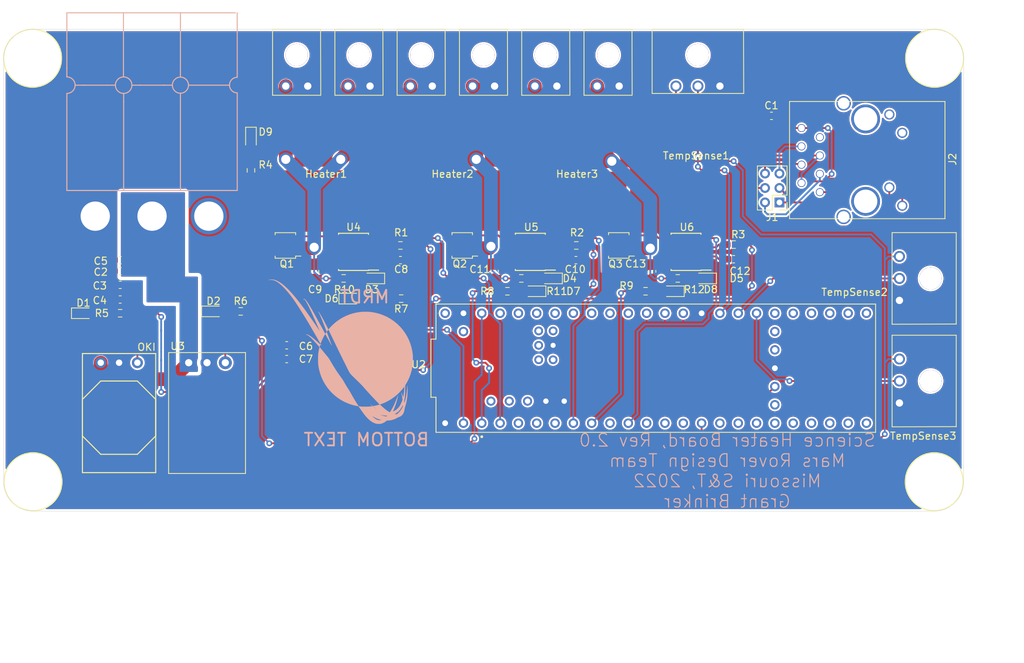
<source format=kicad_pcb>
(kicad_pcb (version 20211014) (generator pcbnew)
  (layers (0 "F.Cu" signal) (31 "B.Cu" signal) (34 "B.Paste" user) (35 "F.Paste" user) (36 "B.SilkS" user "B.Silkscreen") (37 "F.SilkS" user "F.Silkscreen") (38 "B.Mask" user) (39 "F.Mask" user) (44 "Edge.Cuts" user))
  (net 0 "")
  (net 1 "GND")
  (net 2 "Net-(C1-Pad1)")
  (net 3 "+5V")
  (net 4 "+3V3")
  (net 5 "Net-(Q1-Pad4)")
  (net 6 "Net-(R1-Pad2)")
  (net 7 "+12V")
  (net 8 "Net-(C10-Pad1)")
  (net 9 "+12VA")
  (net 10 "Net-(J1-Pad5)")
  (net 11 "Net-(J1-Pad6)")
  (net 12 "Net-(J2-Pad7)")
  (net 13 "Net-(J1-Pad2)")
  (net 14 "Net-(J1-Pad1)")
  (net 15 "Net-(J2-Pad11)")
  (net 16 "Net-(J1-Pad4)")
  (net 17 "Net-(J2-Pad12)")
  (net 18 "Net-(C1-Pad2)")
  (net 19 "Net-(C8-Pad1)")
  (net 20 "Net-(C12-Pad1)")
  (net 21 "/Mosfets and Sensors/pair1_out")
  (net 22 "Net-(Conn4-Pad1)")
  (net 23 "/Mosfets and Sensors/pair2_out")
  (net 24 "Net-(Conn7-Pad1)")
  (net 25 "/Mosfets and Sensors/pair3_out")
  (net 26 "Net-(Conn10-Pad1)")
  (net 27 "Net-(Q2-Pad4)")
  (net 28 "Net-(Q3-Pad4)")
  (net 29 "Net-(R2-Pad2)")
  (net 30 "Net-(R3-Pad2)")
  (net 31 "Net-(U2-PadVBAT)")
  (net 32 "Net-(U2-PadT+)")
  (net 33 "Net-(U2-PadON/OFF)")
  (net 34 "Net-(U2-PadR+)")
  (net 35 "Net-(U2-PadVUSB)")
  (net 36 "Net-(U2-PadPROGRAM)")
  (net 37 "/Mosfets and Sensors/pair3_in")
  (net 38 "Net-(U2-Pad31)")
  (net 39 "Net-(U2-Pad3)")
  (net 40 "Net-(U2-Pad21)")
  (net 41 "Net-(U2-Pad5V)")
  (net 42 "Net-(U2-Pad15)")
  (net 43 "Net-(U2-Pad35)")
  (net 44 "Net-(U2-PadLED)")
  (net 45 "Net-(U2-Pad11)")
  (net 46 "Net-(U2-PadD+)")
  (net 47 "Net-(U2-Pad19)")
  (net 48 "Net-(U2-Pad20)")
  (net 49 "Net-(U2-Pad28)")
  (net 50 "Net-(U2-Pad24)")
  (net 51 "Net-(U2-Pad32)")
  (net 52 "Net-(U2-Pad29)")
  (net 53 "Net-(U2-Pad38)")
  (net 54 "Net-(U2-Pad18)")
  (net 55 "Net-(U2-Pad8)")
  (net 56 "Net-(U2-Pad36)")
  (net 57 "Net-(U2-Pad4)")
  (net 58 "/Mosfets and Sensors/pair2_in")
  (net 59 "Net-(U2-Pad10)")
  (net 60 "Net-(U2-Pad12)")
  (net 61 "Net-(U2-Pad34)")
  (net 62 "Net-(U2-Pad27)")
  (net 63 "Net-(U2-Pad33)")
  (net 64 "Net-(U2-Pad14)")
  (net 65 "Net-(U2-Pad17)")
  (net 66 "Net-(U2-Pad5)")
  (net 67 "Net-(U2-Pad22)")
  (net 68 "Net-(U2-Pad25)")
  (net 69 "/Mosfets and Sensors/pair1_in")
  (net 70 "Net-(U2-Pad16)")
  (net 71 "Net-(U2-Pad26)")
  (net 72 "Net-(U2-Pad13)")
  (net 73 "Net-(U2-Pad30)")
  (net 74 "Net-(U2-Pad37)")
  (net 75 "Net-(U2-Pad23)")
  (net 76 "Net-(U2-PadVIN)")
  (net 77 "Net-(D6-Pad2)")
  (net 78 "Net-(D7-Pad2)")
  (net 79 "Net-(D8-Pad2)")
  (net 80 "Net-(D1-Pad2)")
  (net 81 "Net-(D2-Pad2)")
  (net 82 "Net-(D9-Pad2)")
  (net 83 "Net-(R7-Pad1)")
  (net 84 "Net-(R8-Pad1)")
  (net 85 "Net-(R9-Pad1)")
  (net 86 "Net-(D3-Pad2)")
  (net 87 "Net-(D4-Pad2)")
  (net 88 "Net-(D5-Pad2)")
  (footprint "Capacitor_SMD:C_0603_1608Metric_Pad1.08x0.95mm_HandSolder" (layer "F.Cu") (at 83.439 87.757)
    (fp_text reference "C6")
    (fp_text value "10uF")
  )
  (footprint "Capacitor_SMD:C_0603_1608Metric_Pad1.08x0.95mm_HandSolder" (layer "F.Cu") (at 83.439 89.662)
    (fp_text reference "C7")
    (fp_text value "0.1uF")
  )
  (footprint "MRDT_Connectors:MOLEX_uF_S_02_Horizontal" (layer "F.Cu") (at 84.836 52.832)
    (fp_text reference "Conn4")
    (fp_text value "Molex_uF_S_02")
  )
  (footprint "MRDT_Connectors:MOLEX_uF_S_03_Horizontal" (layer "F.Cu") (at 167.386 78.486 -90)
    (fp_text reference "Conn6")
    (fp_text value "Molex_uF_S_03")
  )
  (footprint "MRDT_Connectors:MOLEX_uF_S_02_Horizontal" (layer "F.Cu") (at 102.108 52.832)
    (fp_text reference "Conn7")
    (fp_text value "Molex_uF_S_02")
  )
  (footprint "MRDT_Connectors:MOLEX_uF_S_03_Horizontal" (layer "F.Cu") (at 167.386 92.71 -90)
    (fp_text reference "Conn9")
    (fp_text value "Molex_uF_S_03")
  )
  (footprint "Package_TO_SOT_SMD:LFPAK33" (layer "F.Cu") (at 107.974 73.914 180)
    (fp_text reference "Q2")
    (fp_text value "BUK7M33-60EX")
  )
  (footprint "Package_TO_SOT_SMD:LFPAK33" (layer "F.Cu") (at 129.691 73.914 180)
    (fp_text reference "Q3")
    (fp_text value "BUK7M33-60EX")
  )
  (footprint "Connector_PinHeader_2.00mm:PinHeader_2x03_P2.00mm_Vertical" (layer "F.Cu") (at 151.765 67.945 180)
    (fp_text reference "J1")
    (fp_text value "6P6C")
  )
  (footprint "MRDT_Connectors:MOLEX_uF_S_03_Horizontal" (layer "F.Cu") (at 140.462 52.832)
    (fp_text reference "Conn3")
    (fp_text value "Molex_uF_S_03")
  )
  (footprint "Package_TO_SOT_SMD:LFPAK33" (layer "F.Cu") (at 83.463 73.914 180)
    (fp_text reference "Q1")
    (fp_text value "BUK7M33-60EX")
  )
  (footprint "MRDT_Connectors:MOLEX_uF_S_02_Horizontal" (layer "F.Cu") (at 93.472 52.832)
    (fp_text reference "Conn5")
    (fp_text value "Molex_uF_S_02")
  )
  (footprint "MRDT_Connectors:MOLEX_uF_S_02_Horizontal" (layer "F.Cu") (at 119.38 52.832)
    (fp_text reference "Conn10")
    (fp_text value "Molex_uF_S_02")
  )
  (footprint "Capacitor_SMD:C_0603_1608Metric_Pad1.08x0.95mm_HandSolder" (layer "F.Cu") (at 112.268 77.47 -90)
    (fp_text reference "C11")
    (fp_text value "10uF 50V")
  )
  (footprint "Capacitor_SMD:C_0603_1608Metric_Pad1.08x0.95mm_HandSolder" (layer "F.Cu") (at 134.112 77.4965 -90)
    (fp_text reference "C13")
    (fp_text value "10uF 50V")
  )
  (footprint "Capacitor_SMD:C_0603_1608Metric_Pad1.08x0.95mm_HandSolder" (layer "F.Cu") (at 123.5445 75.946)
    (fp_text reference "C10")
    (fp_text value "0.1uF")
  )
  (footprint "Capacitor_SMD:C_0603_1608Metric_Pad1.08x0.95mm_HandSolder" (layer "F.Cu") (at 99.2135 75.946)
    (fp_text reference "C8")
    (fp_text value "0.1uF")
  )
  (footprint "Capacitor_SMD:C_0603_1608Metric_Pad1.08x0.95mm_HandSolder" (layer "F.Cu") (at 145.415 75.819)
    (fp_text reference "C12")
    (fp_text value "0.1uF")
  )
  (footprint "Resistor_SMD:R_0603_1608Metric_Pad0.98x0.95mm_HandSolder" (layer "F.Cu") (at 123.5945 73.914 180)
    (fp_text reference "R2")
    (fp_text value "5.1k")
  )
  (footprint "Resistor_SMD:R_0603_1608Metric_Pad0.98x0.95mm_HandSolder" (layer "F.Cu") (at 145.415 73.787 180)
    (fp_text reference "R3")
    (fp_text value "5.1k")
  )
  (footprint "Package_SO:SOIC-8-N7_3.9x4.9mm_P1.27mm" (layer "F.Cu") (at 92.71 74.803 180)
    (fp_text reference "U4")
    (fp_text value "LT1910")
  )
  (footprint "Package_SO:SOIC-8-N7_3.9x4.9mm_P1.27mm" (layer "F.Cu") (at 117.221 74.803 180)
    (fp_text reference "U5")
    (fp_text value "LT1910")
  )
  (footprint "Resistor_SMD:R_0603_1608Metric_Pad0.98x0.95mm_HandSolder" (layer "F.Cu") (at 99.2105 73.914 180)
    (fp_text reference "R1")
    (fp_text value "5.1k")
  )
  (footprint "Package_SO:SOIC-8-N7_3.9x4.9mm_P1.27mm" (layer "F.Cu") (at 138.811 74.803 180)
    (fp_text reference "U6")
    (fp_text value "LT1910")
  )
  (footprint "MRDT_Connectors:RJ45_Teensy" (layer "F.Cu") (at 176.715 61.953 90)
    (fp_text reference "J2")
    (fp_text value "RJ45_LED_Shielded")
  )
  (footprint "Capacitor_SMD:C_0603_1608Metric_Pad1.08x0.95mm_HandSolder" (layer "F.Cu") (at 150.659 55.9435)
    (fp_text reference "C1")
    (fp_text value "0.1uF")
  )
  (footprint "Capacitor_SMD:C_0603_1608Metric_Pad1.08x0.95mm_HandSolder" (layer "F.Cu") (at 87.376 77.4965 -90)
    (fp_text reference "C9")
    (fp_text value "10uF 50V")
  )
  (footprint "LED_SMD:LED_0603_1608Metric_Pad1.05x0.95mm_HandSolder" (layer "F.Cu") (at 95.363 78.486 180)
    (fp_text reference "D3")
    (fp_text value "LED")
  )
  (footprint "LED_SMD:LED_0603_1608Metric_Pad1.05x0.95mm_HandSolder" (layer "F.Cu") (at 120.001 78.486 180)
    (fp_text reference "D4")
    (fp_text value "LED")
  )
  (footprint "LED_SMD:LED_0603_1608Metric_Pad1.05x0.95mm_HandSolder" (layer "F.Cu") (at 92.343 81.28)
    (fp_text reference "D6")
    (fp_text value "LED")
  )
  (footprint "LED_SMD:LED_0603_1608Metric_Pad1.05x0.95mm_HandSolder" (layer "F.Cu") (at 117.715 80.264 180)
    (fp_text reference "D7")
    (fp_text value "LED")
  )
  (footprint "LED_SMD:LED_0603_1608Metric_Pad1.05x0.95mm_HandSolder" (layer "F.Cu") (at 136.906 80.264 180)
    (fp_text reference "D8")
    (fp_text value "LED")
  )
  (footprint "LED_SMD:LED_0603_1608Metric_Pad1.05x0.95mm_HandSolder" (layer "F.Cu") (at 78.486 59.182 -90)
    (fp_text reference "D9")
    (fp_text value "LED")
  )
  (footprint "Resistor_SMD:R_0603_1608Metric_Pad0.98x0.95mm_HandSolder" (layer "F.Cu") (at 78.486 63.5 -90)
    (fp_text reference "R4")
    (fp_text value "1000")
  )
  (footprint "Resistor_SMD:R_0603_1608Metric_Pad0.98x0.95mm_HandSolder" (layer "F.Cu") (at 99.314 81.28 180)
    (fp_text reference "R7")
    (fp_text value "120")
  )
  (footprint "Resistor_SMD:R_0603_1608Metric_Pad0.98x0.95mm_HandSolder" (layer "F.Cu") (at 114.046 80.264)
    (fp_text reference "R8")
    (fp_text value "120")
  )
  (footprint "Resistor_SMD:R_0603_1608Metric_Pad0.98x0.95mm_HandSolder" (layer "F.Cu") (at 133.1995 80.264)
    (fp_text reference "R9")
    (fp_text value "120")
  )
  (footprint "Resistor_SMD:R_0603_1608Metric_Pad0.98x0.95mm_HandSolder" (layer "F.Cu") (at 91.3365 78.486)
    (fp_text reference "R10")
    (fp_text value "1000")
  )
  (footprint "Resistor_SMD:R_0603_1608Metric_Pad0.98x0.95mm_HandSolder" (layer "F.Cu") (at 115.9745 78.486)
    (fp_text reference "R11")
    (fp_text value "1000")
  )
  (footprint "Resistor_SMD:R_0603_1608Metric_Pad0.98x0.95mm_HandSolder" (layer "F.Cu") (at 137.668 78.486)
    (fp_text reference "R12")
    (fp_text value "1000")
  )
  (footprint "LED_SMD:LED_0603_1608Metric_Pad1.05x0.95mm_HandSolder" (layer "F.Cu") (at 141.365 78.486 180)
    (fp_text reference "D5")
    (fp_text value "LED")
  )
  (footprint "MRDT_Connectors:MOLEX_uF_S_02_Horizontal" (layer "F.Cu") (at 128.016 52.832)
    (fp_text reference "Conn11")
    (fp_text value "Molex_uF_S_02")
  )
  (footprint "MRDT_Connectors:MOLEX_uF_S_02_Horizontal" (layer "F.Cu") (at 110.744 52.832)
    (fp_text reference "Conn8")
    (fp_text value "Molex_uF_S_02")
  )
  (footprint "MRDT_Shields:Teensy_4_1_Vertical" (layer "F.Cu") (at 83.82 55.372)
    (fp_text reference "U2")
    (fp_text value "Teensy4.1_DEV-16771")
  )
  (footprint "MRDT_Drill_Holes:4_40_Hole_Corner" (layer "F.Cu") (at 44.25188 110.68812)
    (fp_text reference "REF**" hide)
    (fp_text value "4_40_Hole" hide)
  )
  (footprint "MRDT_Drill_Holes:4_40_Hole_Corner" (layer "F.Cu") (at 177.23612 110.68812 90)
    (fp_text reference "REF**" hide)
    (fp_text value "4_40_Hole" hide)
  )
  (footprint "MRDT_Drill_Holes:4_40_Hole_Corner" (layer "F.Cu") (at 177.292 43.942 180)
    (fp_text reference "REF**" hide)
    (fp_text value "4_40_Hole" hide)
  )
  (footprint "MRDT_Drill_Holes:4_40_Hole_Corner" (layer "F.Cu") (at 44.196 43.942 -90)
    (fp_text reference "REF**" hide)
    (fp_text value "4_40_Hole" hide)
  )
  (footprint "Resistor_SMD:R_0603_1608Metric_Pad0.98x0.95mm_HandSolder" (layer "F.Cu") (at 77.0655 83.058)
    (fp_text reference "R6")
    (fp_text value "120")
  )
  (footprint "Resistor_SMD:R_0603_1608Metric_Pad0.98x0.95mm_HandSolder" (layer "F.Cu") (at 60.3485 83.312)
    (fp_text reference "R5")
    (fp_text value "300")
  )
  (footprint "LED_SMD:LED_0603_1608Metric_Pad1.05x0.95mm_HandSolder" (layer "F.Cu") (at 73.293 83.058)
    (fp_text reference "D2")
    (fp_text value "LED")
  )
  (footprint "Converter_DCDC:Converter_DCDC_muRata_OKI-78SR_Horizontal" (layer "F.Cu") (at 69.85 90.17)
    (fp_text reference "U3")
    (fp_text value "OKI-78SR-3.3_1.5-W36H-C")
  )
  (footprint "LED_SMD:LED_0603_1608Metric_Pad1.05x0.95mm_HandSolder" (layer "F.Cu") (at 55.259 83.312)
    (fp_text reference "D1")
    (fp_text value "LED")
  )
  (footprint "MRDT_Devices:OKI_Horizontal" (layer "F.Cu") (at 57.658 90.17)
    (fp_text reference "U1" hide)
    (fp_text value "OKI")
  )
  (footprint "Capacitor_SMD:C_0603_1608Metric_Pad1.08x0.95mm_HandSolder" (layer "F.Cu") (at 60.3515 81.407 180)
    (fp_text reference "C4")
    (fp_text value "0.1uF")
  )
  (footprint "Capacitor_SMD:C_0603_1608Metric_Pad1.08x0.95mm_HandSolder" (layer "F.Cu") (at 60.3515 77.47 180)
    (fp_text reference "C2")
    (fp_text value "22uF 50V")
  )
  (footprint "Capacitor_SMD:C_0603_1608Metric_Pad1.08x0.95mm_HandSolder" (layer "F.Cu") (at 60.3515 79.375 180)
    (fp_text reference "C3")
    (fp_text value "10uF")
  )
  (footprint "Capacitor_SMD:C_0603_1608Metric_Pad1.08x0.95mm_HandSolder" (layer "F.Cu") (at 60.3515 75.946 180)
    (fp_text reference "C5")
    (fp_text value "22uF 50V")
  )
  (footprint "MRDT_Connectors:Anderson_3_Horizontal_Side_by_Side" (layer "B.Cu") (at 56.896 69.85 -90)
    (fp_text reference "Conn2" hide)
    (fp_text value "AndersonPP")
  )
  (footprint "MRDT_Silkscreens:0_MRDT_Logo_20mm" (layer "B.Cu") (at 90.932 88.646 180)
    (fp_text reference "G***" hide)
    (fp_text value "LOGO" hide)
  )
  (gr_line (start 54.864 43.942) (end 65.532 43.942) (layer "Edge.Cuts") (width 0.05))
  (gr_line (start 56.896 110.744) (end 65.532 110.744) (layer "Edge.Cuts") (width 0.05))
  (gr_line (start 172.466 43.942) (end 163.068 43.942) (layer "Edge.Cuts") (width 0.05))
  (gr_line (start 177.292 53.721) (end 177.292 48.006) (layer "Edge.Cuts") (width 0.05))
  (gr_line (start 54.864 43.942) (end 48.26 43.942) (layer "Edge.Cuts") (width 0.05))
  (gr_line (start 56.896 110.744) (end 48.26 110.744) (layer "Edge.Cuts") (width 0.05))
  (gr_line (start 44.196 106.68) (end 44.196 106.172) (layer "Edge.Cuts") (width 0.05))
  (gr_line (start 177.292 106.68) (end 177.292 53.721) (layer "Edge.Cuts") (width 0.05))
  (gr_line (start 173.228 110.744) (end 163.068 110.744) (layer "Edge.Cuts") (width 0.05))
  (gr_arc (start 173.228 43.942) (mid 176.101682 45.132318) (end 177.292 48.006) (layer "Edge.Cuts") (width 0.05))
  (gr_line (start 173.228 43.942) (end 172.466 43.942) (layer "Edge.Cuts") (width 0.05))
  (gr_line (start 65.532 110.744) (end 163.068 110.744) (layer "Edge.Cuts") (width 0.05))
  (gr_arc (start 177.292 106.68) (mid 176.101682 109.553682) (end 173.228 110.744) (layer "Edge.Cuts") (width 0.05))
  (gr_line (start 163.068 43.942) (end 65.532 43.942) (layer "Edge.Cuts") (width 0.05))
  (gr_arc (start 48.26 110.744) (mid 45.386318 109.553682) (end 44.196 106.68) (layer "Edge.Cuts") (width 0.05))
  (gr_line (start 44.196 48.006) (end 44.196 106.172) (layer "Edge.Cuts") (width 0.05))
  (gr_arc (start 44.196 48.006) (mid 45.386318 45.132318) (end 48.26 43.942) (layer "Edge.Cuts") (width 0.05))
  (gr_text "Science Heater Board, Rev 2.0\nMars Rover Design Team\nMissouri S&T, 2022\nGrant Brinker" (at 144.526 105.156) (layer "B.SilkS") (effects (font (size 1.7526 1.7526)) (justify mirror)))
  (gr_text "BOTTOM TEXT" (at 94.488 100.838) (layer "B.SilkS") (effects (font (size 1.7526 1.7526) (thickness 0.254)) (justify mirror)))
  (gr_text "MRDT" (at 94.234 81.026) (layer "B.SilkS") (effects (font (size 1.7526 1.7526) (thickness 0.254)) (justify mirror)))
  (gr_text "Heater2" (at 106.426 64.008) (layer "F.SilkS") (effects (font (size 1 1))))
  (gr_text "TempSense2" (at 162.179 80.391) (layer "F.SilkS") (effects (font (size 1 1))))
  (gr_text "TempSense3" (at 171.704 100.33) (layer "F.SilkS") (effects (font (size 1 1))))
  (gr_text "Heater3" (at 123.698 64.008) (layer "F.SilkS") (effects (font (size 1 1))))
  (gr_text "Heater1" (at 88.9 64.008) (layer "F.SilkS") (effects (font (size 1 1))))
  (gr_text "TempSense1" (at 140.208 61.468) (layer "F.SilkS") (effects (font (size 1 1))))
  (segment (start 149.631 61.443) (end 149.581 61.443) (width 0.254) (layer "F.Cu") (net 2))
  (segment (start 148.082 56.388) (end 148.082 60.96) (width 0.254) (layer "F.Cu") (net 2))
  (segment (start 148.5265 55.9435) (end 148.082 56.388) (width 0.254) (layer "F.Cu") (net 2))
  (segment (start 148.565 61.443) (end 149.631 61.443) (width 0.254) (layer "F.Cu") (net 2))
  (segment (start 157.365 61.443) (end 149.631 61.443) (width 0.254) (layer "F.Cu") (net 2))
  (segment (start 148.082 60.96) (end 148.565 61.443) (width 0.254) (layer "F.Cu") (net 2))
  (segment (start 149.7965 55.9435) (end 148.5265 55.9435) (width 0.254) (layer "F.Cu") (net 2))
  (segment (start 154.825 65.253) (end 154.825 63.983) (width 0.254) (layer "B.Cu") (net 2))
  (segment (start 154.825 63.983) (end 157.365 61.443) (width 0.254) (layer "B.Cu") (net 2))
  (segment (start 61.976 79.375) (end 61.214 79.375) (width 0.254) (layer "F.Cu") (net 3))
  (segment (start 62.738 83.82) (end 62.738 86.106) (width 0.254) (layer "F.Cu") (net 3))
  (segment (start 61.976 81.407) (end 62.738 82.169) (width 0.254) (layer "F.Cu") (net 3))
  (segment (start 61.976 81.407) (end 61.214 81.407) (width 0.254) (layer "F.Cu") (net 3))
  (segment (start 62.23 83.312) (end 61.261 83.312) (width 0.254) (layer "F.Cu") (net 3))
  (segment (start 62.23 83.312) (end 62.738 83.82) (width 0.254) (layer "F.Cu") (net 3))
  (segment (start 62.738 80.137) (end 62.738 82.169) (width 0.254) (layer "F.Cu") (net 3))
  (segment (start 62.738 83.82) (end 63.246 83.312) (width 0.254) (layer "F.Cu") (net 3))
  (segment (start 65.532 83.312) (end 66.04 83.82) (width 0.254) (layer "F.Cu") (net 3))
  (segment (start 65.024 83.312) (end 65.532 83.312) (width 0.254) (layer "F.Cu") (net 3))
  (segment (start 62.738 82.169) (end 62.738 83.82) (width 0.254) (layer "F.Cu") (net 3))
  (segment (start 63.246 83.312) (end 65.024 83.312) (width 0.254) (layer "F.Cu") (net 3))
  (segment (start 61.976 79.375) (end 62.738 80.137) (width 0.254) (layer "F.Cu") (net 3))
  (segment (start 147.955 79.502) (end 147.955 79.629) (width 0.254) (layer "F.Cu") (net 3))
  (segment (start 83.058 91.186) (end 83.312 91.186) (width 0.254) (layer "F.Cu") (net 3))
  (segment (start 124.968 80.264) (end 123.952 81.28) (width 0.254) (layer "F.Cu") (net 3))
  (segment (start 125.984 74.676) (end 125.222 73.914) (width 0.254) (layer "F.Cu") (net 3))
  (segment (start 66.04 94.234) (end 67.564 94.234) (width 0.25) (layer "F.Cu") (net 3))
  (segment (start 147.955 79.629) (end 146.304 81.28) (width 0.254) (layer "F.Cu") (net 3))
  (segment (start 147.955 74.168) (end 147.574 73.787) (width 0.254) (layer "F.Cu") (net 3))
  (segment (start 147.574 73.787) (end 146.3275 73.787) (width 0.254) (layer "F.Cu") (net 3))
  (segment (start 62.738 90.17) (end 62.738 89.154) (width 0.25) (layer "F.Cu") (net 3))
  (segment (start 125.222 73.914) (end 124.507 73.914) (width 0.254) (layer "F.Cu") (net 3))
  (segment (start 78.74 94.234) (end 81.788 91.186) (width 0.25) (layer "F.Cu") (net 3))
  (segment (start 62.738 86.106) (end 62.738 89.154) (width 0.25) (layer "F.Cu") (net 3))
  (segment (start 123.952 81.28) (end 104.14 81.28) (width 0.254) (layer "F.Cu") (net 3))
  (segment (start 83.312 91.186) (end 102.362 91.186) (width 0.254) (layer "F.Cu") (net 3))
  (segment (start 147.955 74.549) (end 147.955 74.168) (width 0.254) (layer "F.Cu") (net 3))
  (segment (start 100.123 73.914) (end 102.87 73.914) (width 0.254) (layer "F.Cu") (net 3))
  (segment (start 124.968 80.264) (end 125.984 79.248) (width 0.254) (layer "F.Cu") (net 3))
  (segment (start 67.31 94.234) (end 78.74 94.234) (width 0.25) (layer "F.Cu") (net 3))
  (segment (start 146.304 81.28) (end 128.524 81.28) (width 0.254) (layer "F.Cu") (net 3))
  (segment (start 81.788 91.186) (end 83.312 91.186) (width 0.25) (layer "F.Cu") (net 3))
  (segment (start 128.524 81.28) (end 123.952 81.28) (width 0.254) (layer "F.Cu") (net 3))
  (segment (start 125.984 75.184) (end 125.984 74.676) (width 0.254) (layer "F.Cu") (net 3))
  (segment (start 102.87 73.914) (end 103.378 74.422) (width 0.254) (layer "F.Cu") (net 3))
  (via (at 66.04 83.82) (size 0.8) (drill 0.4) (layers "F.Cu" "B.Cu") (net 3))
  (via (at 66.04 94.234) (size 0.8) (drill 0.4) (layers "F.Cu" "B.Cu") (net 3))
  (via (at 103.378 74.422) (size 0.8) (drill 0.4) (layers "F.Cu" "B.Cu") (net 3))
  (via (at 125.984 75.184) (size 0.8) (drill 0.4) (layers "F.Cu" "B.Cu") (net 3))
  (via (at 102.362 91.186) (size 0.8) (drill 0.4) (layers "F.Cu" "B.Cu") (net 3))
  (via (at 147.955 74.549) (size 0.8) (drill 0.4) (layers "F.Cu" "B.Cu") (net 3))
  (via (at 147.955 79.502) (size 0.8) (drill 0.4) (layers "F.Cu" "B.Cu") (net 3))
  (via (at 104.14 81.28) (size 0.8) (drill 0.4) (layers "F.Cu" "B.Cu") (net 3))
  (via (at 125.984 79.248) (size 0.8) (drill 0.4) (layers "F.Cu" "B.Cu") (net 3))
  (segment (start 66.04 89.916) (end 66.04 94.234) (width 0.254) (layer "B.Cu") (net 3))
  (segment (start 66.04 89.662) (end 66.04 89.916) (width 0.254) (layer "B.Cu") (net 3))
  (segment (start 125.984 79.248) (end 125.984 75.184) (width 0.254) (layer "B.Cu") (net 3))
  (segment (start 66.04 85.598) (end 66.04 85.852) (width 0.254) (layer "B.Cu") (net 3))
  (segment (start 66.04 83.82) (end 66.04 85.598) (width 0.254) (layer "B.Cu") (net 3))
  (segment (start 103.378 81.534) (end 103.378 82.042) (width 0.254) (layer "B.Cu") (net 3))
  (segment (start 66.04 88.646) (end 66.04 85.598) (width 0.25) (layer "B.Cu") (net 3))
  (segment (start 103.378 90.17) (end 102.362 91.186) (width 0.254) (layer "B.Cu") (net 3))
  (segment (start 104.14 81.28) (end 103.378 82.042) (width 0.254) (layer "B.Cu") (net 3))
  (segment (start 103.378 74.422) (end 103.378 81.534) (width 0.254) (layer "B.Cu") (net 3))
  (segment (start 147.955 79.502) (end 147.955 74.549) (width 0.254) (layer "B.Cu") (net 3))
  (segment (start 66.04 88.646) (end 66.04 89.916) (width 0.25) (layer "B.Cu") (net 3))
  (segment (start 103.378 82.042) (end 103.378 90.17) (width 0.254) (layer "B.Cu") (net 3))
  (segment (start 148.59 101.346) (end 164.338 101.346) (width 0.254) (layer "F.Cu") (net 4))
  (segment (start 81.788 101.346) (end 100.076 101.346) (width 0.254) (layer "F.Cu") (net 4))
  (segment (start 74.93 86.614) (end 75.438 86.106) (width 0.25) (layer "F.Cu") (net 4))
  (segment (start 79.502 83.566) (end 79.502 85.598) (width 0.254) (layer "F.Cu") (net 4))
  (segment (start 79.502 85.598) (end 78.994 86.106) (width 0.254) (layer "F.Cu") (net 4))
  (segment (start 75.438 86.106) (end 79.248 86.106) (width 0.254) (layer "F.Cu") (net 4))
  (segment (start 140.97 99.695) (end 139.319 101.346) (width 0.254) (layer "F.Cu") (net 4))
  (segment (start 74.93 89.154) (end 74.93 86.614) (width 0.25) (layer "F.Cu") (net 4))
  (segment (start 165.1 101.346) (end 166.37 100.076) (width 0.254) (layer "F.Cu") (net 4))
  (segment (start 100.076 101.346) (end 108.331 101.346) (width 0.254) (layer "F.Cu") (net 4))
  (segment (start 149.86 100.076) (end 148.59 101.346) (width 0.254) (layer "F.Cu") (net 4))
  (segment (start 79.502 86.614) (end 80.01 87.122) (width 0.254) (layer "F.Cu") (net 4))
  (segment (start 128.524 101.346) (end 139.319 101.346) (width 0.254) (layer "F.Cu") (net 4))
  (segment (start 108.331 101.346) (end 128.524 101.346) (width 0.254) (layer "F.Cu") (net 4))
  (segment (start 82.5765 89.662) (end 82.5765 87.757) (width 0.254) (layer "F.Cu") (net 4))
  (segment (start 151.13 93.472) (end 149.86 94.742) (width 0.254) (layer "F.Cu") (net 4))
  (segment (start 77.978 83.058) (end 78.994 83.058) (width 0.254) (layer "F.Cu") (net 4))
  (segment (start 78.994 86.106) (end 79.502 86.614) (width 0.254) (layer "F.Cu") (net 4))
  (segment (start 82.042 86.106) (end 82.5765 86.6405) (width 0.254) (layer "F.Cu") (net 4))
  (segment (start 140.97 98.552) (end 140.97 99.695) (width 0.254) (layer "F.Cu") (net 4))
  (segment (start 74.93 89.154) (end 74.93 90.17) (width 0.25) (layer "F.Cu") (net 4))
  (segment (start 139.319 101.346) (end 148.59 101.346) (width 0.254) (layer "F.Cu") (net 4))
  (segment (start 137.414 61.722) (end 137.414 59.69) (width 0.254) (layer "F.Cu") (net 4))
  (segment (start 78.994 86.106) (end 79.248 86.106) (width 0.254) (layer "F.Cu") (net 4))
  (segment (start 82.5765 86.6405) (end 82.5765 87.757) (width 0.254) (layer "F.Cu") (net 4))
  (segment (start 149.86 94.742) (end 149.86 100.076) (width 0.254) (layer "F.Cu") (net 4))
  (segment (start 100.076 101.346) (end 100.584 101.346) (width 0.254) (layer "F.Cu") (net 4))
  (segment (start 137.414 59.69) (end 137.414 51.816) (width 0.25) (layer "F.Cu") (net 4))
  (segment (start 145.415 62.23) (end 137.922 62.23) (width 0.254) (layer "F.Cu") (net 4))
  (segment (start 108.839 101.346) (end 109.474 100.711) (width 0.254) (layer "F.Cu") (net 4))
  (segment (start 79.248 86.106) (end 82.042 86.106) (width 0.254) (layer "F.Cu") (net 4))
  (segment (start 108.331 101.346) (end 108.839 101.346) (width 0.254) (layer "F.Cu") (net 4))
  (segment (start 137.922 62.23) (end 137.414 61.722) (width 0.254) (layer "F.Cu") (net 4))
  (segment (start 81.026 101.346) (end 81.788 101.346) (width 0.254) (layer "F.Cu") (net 4))
  (segment (start 164.338 101.346) (end 165.1 101.346) (width 0.254) (layer "F.Cu") (net 4))
  (segment (start 78.994 83.058) (end 79.502 83.566) (width 0.254) (layer "F.Cu") (net 4))
  (via (at 166.37 100.076) (size 0.8) (drill 0.4) (layers "F.Cu" "B.Cu") (net 4))
  (via (at 145.415 62.23) (size 0.8) (drill 0.4) (layers "F.Cu" "B.Cu") (net 4))
  (via (at 81.026 101.346) (size 0.8) (drill 0.4) (layers "F.Cu" "B.Cu") (net 4))
  (via (at 80.01 87.122) (size 0.8) (drill 0.4) (layers "F.Cu" "B.Cu") (net 4))
  (via (at 109.474 100.711) (size 0.8) (drill 0.4) (layers "F.Cu" "B.Cu") (net 4))
  (segment (start 166.878 89.662) (end 168.402 89.662) (width 0.254) (layer "B.Cu") (net 4))
  (segment (start 166.878 75.438) (end 168.402 75.438) (width 0.254) (layer "B.Cu") (net 4))
  (segment (start 164.465 72.39) (end 149.225 72.39) (width 0.254) (layer "B.Cu") (net 4))
  (segment (start 110.49 91.821) (end 109.474 92.837) (width 0.254) (layer "B.Cu") (net 4))
  (segment (start 146.685 69.85) (end 146.685 63.5) (width 0.254) (layer "B.Cu") (net 4))
  (segment (start 80.01 100.33) (end 81.026 101.346) (width 0.254) (layer "B.Cu") (net 4))
  (segment (start 166.37 76.2) (end 166.37 75.946) (width 0.254) (layer "B.Cu") (net 4))
  (segment (start 166.37 75.946) (end 166.878 75.438) (width 0.254) (layer "B.Cu") (net 4))
  (segment (start 166.37 100.076) (end 166.37 90.17) (width 0.254) (layer "B.Cu") (net 4))
  (segment (start 110.49 91.44) (end 110.49 91.821) (width 0.254) (layer "B.Cu") (net 4))
  (segment (start 149.225 72.39) (end 146.685 69.85) (width 0.254) (layer "B.Cu") (net 4))
  (segment (start 146.685 63.5) (end 145.415 62.23) (width 0.254) (layer "B.Cu") (net 4))
  (segment (start 166.37 90.17) (end 166.37 76.2) (width 0.254) (layer "B.Cu") (net 4))
  (segment (start 166.37 90.17) (end 166.878 89.662) (width 0.254) (layer "B.Cu") (net 4))
  (segment (start 110.49 83.312) (end 110.49 91.44) (width 0.254) (layer "B.Cu") (net 4))
  (segment (start 166.37 74.295) (end 164.465 72.39) (width 0.254) (layer "B.Cu") (net 4))
  (segment (start 166.37 75.946) (end 166.37 74.295) (width 0.254) (layer "B.Cu") (net 4))
  (segment (start 109.474 92.837) (end 109.474 100.711) (width 0.254) (layer "B.Cu") (net 4))
  (segment (start 80.01 87.122) (end 80.01 100.33) (width 0.254) (layer "B.Cu") (net 4))
  (segment (start 85.426 72.644) (end 89.756 72.644) (width 0.254) (layer "F.Cu") (net 5))
  (segment (start 89.969 72.939) (end 90.01 72.898) (width 0.254) (layer "F.Cu") (net 5))
  (segment (start 85.131 72.939) (end 85.426 72.644) (width 0.254) (layer "F.Cu") (net 5))
  (segment (start 90.01 72.898) (end 89.535 72.898) (width 0.254) (layer "F.Cu") (net 5))
  (segment (start 84.998 72.939) (end 85.131 72.939) (width 0.254) (layer "F.Cu") (net 5))
  (segment (start 89.756 72.644) (end 90.01 72.898) (width 0.254) (layer "F.Cu") (net 5))
  (segment (start 85.039 72.898) (end 84.998 72.939) (width 0.254) (layer "F.Cu") (net 5))
  (segment (start 96.901 73.914) (end 96.647 74.168) (width 0.254) (layer "F.Cu") (net 6))
  (segment (start 96.647 74.168) (end 95.41 74.168) (width 0.254) (layer "F.Cu") (net 6))
  (segment (start 98.298 73.914) (end 96.901 73.914) (width 0.254) (layer "F.Cu") (net 6))
  (segment (start 58.86637 92.456) (end 67.564 92.456) (width 1.905) (layer "F.Cu") (net 7))
  (segment (start 57.658 91.24763) (end 58.86637 92.456) (width 1.905) (layer "F.Cu") (net 7))
  (segment (start 57.658 90.17) (end 57.658 91.24763) (width 1.905) (layer "F.Cu") (net 7))
  (segment (start 67.564 92.456) (end 69.85 90.17) (width 1.905) (layer "F.Cu") (net 7))
  (segment (start 120.904 75.438) (end 121.412 75.946) (width 0.254) (layer "F.Cu") (net 8))
  (segment (start 121.412 75.946) (end 122.682 75.946) (width 0.254) (layer "F.Cu") (net 8))
  (segment (start 119.921 75.438) (end 120.904 75.438) (width 0.254) (layer "F.Cu") (net 8))
  (segment (start 152.679 60.173) (end 154.825 60.173) (width 0.254) (layer "B.Cu") (net 10))
  (segment (start 151.765 63.945) (end 151.765 61.087) (width 0.254) (layer "B.Cu") (net 10))
  (segment (start 151.765 60.96) (end 152.552 60.173) (width 0.25) (layer "B.Cu") (net 10))
  (segment (start 152.552 60.173) (end 152.679 60.173) (width 0.25) (layer "B.Cu") (net 10))
  (segment (start 151.765 61.087) (end 151.765 60.96) (width 0.25) (layer "B.Cu") (net 10))
  (segment (start 149.765 62.833) (end 149.765 62.706) (width 0.25) (layer "F.Cu") (net 11))
  (segment (start 149.765 62.833) (end 149.765 63.087) (width 0.254) (layer "F.Cu") (net 11))
  (segment (start 149.765 62.706) (end 149.86 62.611) (width 0.25) (layer "F.Cu") (net 11))
  (segment (start 154.723 62.611) (end 154.825 62.713) (width 0.25) (layer "F.Cu") (net 11))
  (segment (start 149.765 63.087) (end 149.765 63.945) (width 0.254) (layer "F.Cu") (net 11))
  (segment (start 149.86 62.611) (end 154.723 62.611) (width 0.25) (layer "F.Cu") (net 11))
  (segment (start 149.765 69.247) (end 149.765 67.945) (width 0.254) (layer "B.Cu") (net 13))
  (segment (start 150.114 69.596) (end 149.765 69.247) (width 0.254) (layer "B.Cu") (net 13))
  (segment (start 157.365 64.885) (end 152.654 69.596) (width 0.254) (layer "B.Cu") (net 13))
  (segment (start 157.365 63.983) (end 157.365 64.885) (width 0.254) (layer "B.Cu") (net 13))
  (segment (start 152.654 69.596) (end 150.114 69.596) (width 0.254) (layer "B.Cu") (net 13))
  (segment (start 159.741 66.523) (end 159.893 66.675) (width 0.254) (layer "F.Cu") (net 14))
  (segment (start 159.893 67.818) (end 159.766 67.945) (width 0.254) (layer "F.Cu") (net 14))
  (segment (start 159.893 66.675) (end 159.893 67.818) (width 0.254) (layer "F.Cu") (net 14))
  (segment (start 159.766 67.945) (end 158.623 67.945) (width 0.254) (layer "F.Cu") (net 14))
  (segment (start 158.623 67.945) (end 151.765 67.945) (width 0.254) (layer "F.Cu") (net 14))
  (segment (start 157.365 66.523) (end 159.741 66.523) (width 0.254) (layer "F.Cu") (net 14))
  (segment (start 165.955999 71.280001) (end 167.005 70.231) (width 0.254) (layer "F.Cu") (net 16))
  (segment (start 147.828 66.802) (end 147.828 69.85) (width 0.254) (layer "F.Cu") (net 16))
  (segment (start 147.828 69.85) (end 149.258001 71.280001) (width 0.254) (layer "F.Cu") (net 16))
  (segment (start 149.765 65.945) (end 148.685 65.945) (width 0.254) (layer "F.Cu") (net 16))
  (segment (start 167.005 70.231) (end 167.005 65.863) (width 0.254) (layer "F.Cu") (net 16))
  (segment (start 148.685 65.945) (end 147.828 66.802) (width 0.254) (layer "F.Cu") (net 16))
  (segment (start 149.258001 71.280001) (end 165.955999 71.280001) (width 0.254) (layer "F.Cu") (net 16))
  (segment (start 168.402 64.643) (end 168.795 65.036) (width 0.254) (layer "F.Cu") (net 18))
  (segment (start 158.369 64.643) (end 168.402 64.643) (width 0.254) (layer "F.Cu") (net 18))
  (segment (start 152.4635 55.9435) (end 151.5215 55.9435) (width 0.254) (layer "F.Cu") (net 18))
  (segment (start 157.988 65.024) (end 156.464 65.024) (width 0.254) (layer "F.Cu") (net 18))
  (segment (start 152.908 57.404) (end 152.908 56.388) (width 0.254) (layer "F.Cu") (net 18))
  (segment (start 154.94 66.548) (end 152.368 66.548) (width 0.254) (layer "F.Cu") (net 18))
  (segment (start 152.908 56.388) (end 152.4635 55.9435) (width 0.254) (layer "F.Cu") (net 18))
  (segment (start 158.18801 64.82399) (end 157.988 65.024) (width 0.254) (layer "F.Cu") (net 18))
  (segment (start 153.137 57.633) (end 152.908 57.404) (width 0.254) (layer "F.Cu") (net 18))
  (segment (start 156.464 65.024) (end 154.94 66.548) (width 0.254) (layer "F.Cu") (net 18))
  (segment (start 158.18801 64.82399) (end 158.369 64.643) (width 0.254) (layer "F.Cu") (net 18))
  (segment (start 158.471 57.633) (end 154.825 57.633) (width 0.254) (layer "F.Cu") (net 18))
  (segment (start 158.369 64.643) (end 159.004 64.008) (width 0.254) (layer "F.Cu") (net 18))
  (segment (start 168.795 65.036) (end 168.795 66.133038) (width 0.254) (layer "F.Cu") (net 18))
  (segment (start 168.795 66.133038) (end 168.795 68.403) (width 0.254) (layer "F.Cu") (net 18))
  (segment (start 152.368 66.548) (end 151.765 65.945) (width 0.254) (layer "F.Cu") (net 18))
  (segment (start 154.825 57.633) (end 153.137 57.633) (width 0.254) (layer "F.Cu") (net 18))
  (via (at 159.004 64.008) (size 0.8) (drill 0.4) (layers "F.Cu" "B.Cu") (net 18))
  (via (at 158.471 57.633) (size 0.8) (drill 0.4) (layers "F.Cu" "B.Cu") (net 18))
  (segment (start 159.004 64.008) (end 159.004 58.166) (width 0.254) (layer "B.Cu") (net 18))
  (segment (start 159.004 58.166) (end 158.471 57.633) (width 0.254) (layer "B.Cu") (net 18))
  (segment (start 98.351 75.946) (end 97.409 75.946) (width 0.254) (layer "F.Cu") (net 19))
  (segment (start 97.409 75.946) (end 96.901 75.438) (width 0.254) (layer "F.Cu") (net 19))
  (segment (start 96.901 75.438) (end 95.41 75.438) (width 0.254) (layer "F.Cu") (net 19))
  (segment (start 143.383 75.819) (end 144.5525 75.819) (width 0.254) (layer "F.Cu") (net 20))
  (segment (start 141.511 75.438) (end 143.002 75.438) (width 0.254) (layer "F.Cu") (net 20))
  (segment (start 143.002 75.438) (end 143.383 75.819) (width 0.254) (layer "F.Cu") (net 20))
  (segment (start 140.97 63.5) (end 140.462 62.992) (width 0.254) (layer "F.Cu") (net 21))
  (segment (start 140.462 61.468) (end 140.462 59.69) (width 0.254) (layer "F.Cu") (net 21))
  (segment (start 140.462 59.69) (end 140.462 51.816) (width 0.25) (layer "F.Cu") (net 21))
  (segment (start 144.145 63.5) (end 140.97 63.5) (width 0.254) (layer "F.Cu") (net 21))
  (via (at 144.145 63.5) (size 0.8) (drill 0.4) (layers "F.Cu" "B.Cu") (net 21))
  (via (at 140.462 61.468) (size 0.8) (drill 0.4) (layers "F.Cu" "B.Cu") (net 21))
  (via (at 140.462 62.992) (size 0.8) (drill 0.4) (layers "F.Cu" "B.Cu") (net 21))
  (segment (start 140.462 62.992) (end 140.462 61.468) (width 0.254) (layer "B.Cu") (net 21))
  (segment (start 144.78 82.042) (end 144.78 64.135) (width 0.254) (layer "B.Cu") (net 21))
  (segment (start 143.51 83.312) (end 144.78 82.042) (width 0.254) (layer "B.Cu") (net 21))
  (segment (start 144.78 64.135) (end 144.145 63.5) (width 0.254) (layer "B.Cu") (net 21))
  (segment (start 83.312 61.976) (end 83.312 59.69) (width 1.905) (layer "F.Cu") (net 22))
  (segment (start 91.948 51.816) (end 91.948 60.96) (width 1.905) (layer "F.Cu") (net 22))
  (segment (start 87.125499 74.291501) (end 85.13551 74.291501) (width 1.905) (layer "F.Cu") (net 22))
  (segment (start 90.424 78.486) (end 88.9 78.486) (width 0.254) (layer "F.Cu") (net 22))
  (segment (start 91.948 60.96) (end 90.932 61.976) (width 1.905) (layer "F.Cu") (net 22))
  (segment (start 83.312 59.69) (end 83.312 51.816) (width 1.905) (layer "F.Cu") (net 22))
  (segment (start 87.249 74.168) (end 87.125499 74.291501) (width 1.905) (layer "F.Cu") (net 22))
  (via (at 87.249 74.168) (size 1.524) (drill 1.27) (layers "F.Cu" "B.Cu") (net 22))
  (via (at 90.932 61.976) (size 1.524) (drill 1.27) (layers "F.Cu" "B.Cu") (net 22))
  (via (at 88.9 78.486) (size 0.8) (drill 0.4) (layers "F.Cu" "B.Cu") (net 22))
  (via (at 83.312 61.976) (size 1.524) (drill 1.27) (layers "F.Cu" "B.Cu") (net 22))
  (segment (start 87.249 74.168) (end 87.249 65.659) (width 1.905) (layer "B.Cu") (net 22))
  (segment (start 87.249 65.659) (end 86.995 65.659) (width 1.905) (layer "B.Cu") (net 22))
  (segment (start 88.138 78.486) (end 87.249 77.597) (width 0.254) (layer "B.Cu") (net 22))
  (segment (start 87.249 77.597) (end 87.249 74.168) (width 0.254) (layer "B.Cu") (net 22))
  (segment (start 87.249 65.659) (end 90.932 61.976) (width 1.905) (layer "B.Cu") (net 22))
  (segment (start 86.995 65.659) (end 83.312 61.976) (width 1.905) (layer "B.Cu") (net 22))
  (segment (start 88.9 78.486) (end 88.138 78.486) (width 0.254) (layer "B.Cu") (net 22))
  (segment (start 150.876 78.486) (end 150.495 78.867) (width 0.254) (layer "F.Cu") (net 23))
  (segment (start 168.402 78.486) (end 150.876 78.486) (width 0.254) (layer "F.Cu") (net 23))
  (via (at 150.495 78.867) (size 0.8) (drill 0.4) (layers "F.Cu" "B.Cu") (net 23))
  (segment (start 146.05 83.312) (end 150.495 78.867) (width 0.254) (layer "B.Cu") (net 23))
  (segment (start 109.728 60.198) (end 109.728 52.324) (width 1.905) (layer "F.Cu") (net 24))
  (segment (start 109.728 52.324) (end 109.22 51.816) (width 1.905) (layer "F.Cu") (net 24))
  (segment (start 115.062 78.486) (end 113.792 78.486) (width 0.254) (layer "F.Cu") (net 24))
  (segment (start 100.584 61.468) (end 101.092 61.976) (width 1.905) (layer "F.Cu") (net 24))
  (segment (start 111.76 74.041) (end 111.509499 74.291501) (width 1.905) (layer "F.Cu") (net 24))
  (segment (start 101.092 61.976) (end 109.728 61.976) (width 1.905) (layer "F.Cu") (net 24))
  (segment (start 109.728 61.976) (end 109.728 60.198) (width 1.905) (layer "F.Cu") (net 24))
  (segment (start 111.509499 74.291501) (end 109.64651 74.291501) (width 1.905) (layer "F.Cu") (net 24))
  (segment (start 100.584 51.816) (end 100.584 61.468) (width 1.905) (layer "F.Cu") (net 24))
  (via (at 111.76 74.041) (size 1.524) (drill 1.27) (layers "F.Cu" "B.Cu") (net 24))
  (via (at 113.792 78.486) (size 0.8) (drill 0.4) (layers "F.Cu" "B.Cu") (net 24))
  (via (at 109.728 61.976) (size 1.524) (drill 1.27) (layers "F.Cu" "B.Cu") (net 24))
  (segment (start 111.76 64.008) (end 110.617 62.865) (width 1.905) (layer "B.Cu") (net 24))
  (segment (start 113.792 78.486) (end 113.03 78.486) (width 0.254) (layer "B.Cu") (net 24))
  (segment (start 113.03 78.486) (end 111.76 77.216) (width 0.254) (layer "B.Cu") (net 24))
  (segment (start 110.617 62.865) (end 109.728 61.976) (width 1.905) (layer "B.Cu") (net 24))
  (segment (start 111.76 75.438) (end 111.76 74.041) (width 0.254) (layer "B.Cu") (net 24))
  (segment (start 111.76 74.041) (end 111.76 64.008) (width 1.905) (layer "B.Cu") (net 24))
  (segment (start 111.76 77.216) (end 111.76 75.438) (width 0.254) (layer "B.Cu") (net 24))
  (segment (start 153.162 92.71) (end 168.402 92.71) (width 0.254) (layer "F.Cu") (net 25))
  (via (at 153.162 92.71) (size 0.8) (drill 0.4) (layers "F.Cu" "B.Cu") (net 25))
  (segment (start 151.237117 92.490999) (end 152.942999 92.490999) (width 0.254) (layer "B.Cu") (net 25))
  (segment (start 152.942999 92.490999) (end 153.162 92.71) (width 0.254) (layer "B.Cu") (net 25))
  (segment (start 148.59 83.312) (end 148.59 89.843882) (width 0.254) (layer "B.Cu") (net 25))
  (segment (start 148.59 89.843882) (end 151.237117 92.490999) (width 0.254) (layer "B.Cu") (net 25))
  (segment (start 136.7555 78.486) (end 135.382 78.486) (width 0.254) (layer "F.Cu") (net 26))
  (segment (start 117.856 61.976) (end 118.11 62.23) (width 1.905) (layer "F.Cu") (net 26))
  (segment (start 118.11 62.23) (end 128.524 62.23) (width 1.905) (layer "F.Cu") (net 26))
  (segment (start 126.492 60.198) (end 128.524 62.23) (width 1.905) (layer "F.Cu") (net 26))
  (segment (start 126.492 60.198) (end 126.492 51.816) (width 1.905) (layer "F.Cu") (net 26))
  (segment (start 117.856 51.816) (end 117.856 61.976) (width 1.905) (layer "F.Cu") (net 26))
  (segment (start 133.858 74.295) (end 131.367009 74.295) (width 1.905) (layer "F.Cu") (net 26))
  (segment (start 131.367009 74.295) (end 131.36351 74.291501) (width 1.905) (layer "F.Cu") (net 26))
  (via (at 128.524 62.23) (size 1.524) (drill 1.27) (layers "F.Cu" "B.Cu") (net 26))
  (via (at 135.382 78.486) (size 0.8) (drill 0.4) (layers "F.Cu" "B.Cu") (net 26))
  (via (at 133.858 74.295) (size 1.524) (drill 1.27) (layers "F.Cu" "B.Cu") (net 26))
  (segment (start 135.382 78.486) (end 134.366 78.486) (width 0.254) (layer "B.Cu") (net 26))
  (segment (start 133.858 76.708) (end 133.858 74.295) (width 0.254) (layer "B.Cu") (net 26))
  (segment (start 133.858 74.295) (end 133.858 67.564) (width 1.905) (layer "B.Cu") (net 26))
  (segment (start 133.858 77.978) (end 133.858 76.708) (width 0.254) (layer "B.Cu") (net 26))
  (segment (start 134.366 78.486) (end 133.858 77.978) (width 0.254) (layer "B.Cu") (net 26))
  (segment (start 129.921 63.627) (end 128.524 62.23) (width 1.905) (layer "B.Cu") (net 26))
  (segment (start 133.858 67.564) (end 129.921 63.627) (width 1.905) (layer "B.Cu") (net 26))
  (segment (start 114.521 72.898) (end 113.665 72.898) (width 0.254) (layer "F.Cu") (net 27))
  (segment (start 110.49 72.517) (end 112.776 72.517) (width 0.254) (layer "F.Cu") (net 27))
  (segment (start 110.068 72.939) (end 110.49 72.517) (width 0.254) (layer "F.Cu") (net 27))
  (segment (start 109.509 72.939) (end 110.068 72.939) (width 0.254) (layer "F.Cu") (net 27))
  (segment (start 112.776 72.517) (end 113.157 72.898) (width 0.254) (layer "F.Cu") (net 27))
  (segment (start 113.157 72.898) (end 113.665 72.898) (width 0.254) (layer "F.Cu") (net 27))
  (segment (start 109.55 72.898) (end 109.509 72.939) (width 0.254) (layer "F.Cu") (net 27))
  (segment (start 132.55251 72.517) (end 134.62 72.517) (width 0.254) (layer "F.Cu") (net 28))
  (segment (start 131.267 72.898) (end 131.226 72.939) (width 0.254) (layer "F.Cu") (net 28))
  (segment (start 136.111 72.898) (end 135.001 72.898) (width 0.254) (layer "F.Cu") (net 28))
  (segment (start 135.001 72.898) (end 134.62 72.517) (width 0.254) (layer "F.Cu") (net 28))
  (segment (start 131.226 72.939) (end 132.13051 72.939) (width 0.254) (layer "F.Cu") (net 28))
  (segment (start 132.13051 72.939) (end 132.55251 72.517) (width 0.254) (layer "F.Cu") (net 28))
  (segment (start 121.412 73.914) (end 122.682 73.914) (width 0.254) (layer "F.Cu") (net 29))
  (segment (start 121.158 74.168) (end 121.412 73.914) (width 0.254) (layer "F.Cu") (net 29))
  (segment (start 119.921 74.168) (end 121.158 74.168) (width 0.254) (layer "F.Cu") (net 29))
  (segment (start 143.383 73.787) (end 144.5025 73.787) (width 0.254) (layer "F.Cu") (net 30))
  (segment (start 143.002 74.168) (end 143.383 73.787) (width 0.254) (layer "F.Cu") (net 30))
  (segment (start 141.511 74.168) (end 143.002 74.168) (width 0.254) (layer "F.Cu") (net 30))
  (segment (start 142.748 72.898) (end 141.511 72.898) (width 0.254) (layer "F.Cu") (net 37))
  (segment (start 142.748 72.898) (end 143.002 73.152) (width 0.254) (layer "F.Cu") (net 37))
  (via (at 143.002 73.152) (size 0.8) (drill 0.4) (layers "F.Cu" "B.Cu") (net 37))
  (segment (start 143.002 78.994) (end 143.002 82.296) (width 0.254) (layer "B.Cu") (net 37))
  (segment (start 141.951001 84.039001) (end 141.154002 84.836) (width 0.254) (layer "B.Cu") (net 37))
  (segment (start 141.951001 83.346999) (end 141.951001 84.039001) (width 0.254) (layer "B.Cu") (net 37))
  (segment (start 141.154002 84.836) (end 133.096 84.836) (width 0.254) (layer "B.Cu") (net 37))
  (segment (start 132.08 97.282) (end 132.08 85.852) (width 0.254) (layer "B.Cu") (net 37))
  (segment (start 133.096 84.836) (end 132.08 85.852) (width 0.254) (layer "B.Cu") (net 37))
  (segment (start 143.002 82.296) (end 141.951001 83.346999) (width 0.254) (layer "B.Cu") (net 37))
  (segment (start 143.002 73.152) (end 143.002 78.994) (width 0.254) (layer "B.Cu") (net 37))
  (segment (start 130.81 98.552) (end 132.08 97.282) (width 0.254) (layer "B.Cu") (net 37))
  (segment (start 119.921 72.898) (end 126.365 72.898) (width 0.254) (layer "F.Cu") (net 58))
  (segment (start 126.365 72.898) (end 126.711001 73.244001) (width 0.254) (layer "F.Cu") (net 58))
  (via (at 126.711001 73.244001) (size 0.8) (drill 0.4) (layers "F.Cu" "B.Cu") (net 58))
  (segment (start 124.748999 83.531001) (end 124.748999 82.007001) (width 0.254) (layer "B.Cu") (net 58))
  (segment (start 126.711001 80.044999) (end 126.711001 73.244001) (width 0.254) (layer "B.Cu") (net 58))
  (segment (start 123.19 98.552) (end 123.19 85.34188) (width 0.254) (layer "B.Cu") (net 58))
  (segment (start 123.19 85.34188) (end 123.19 85.09) (width 0.254) (layer "B.Cu") (net 58))
  (segment (start 124.748999 82.007001) (end 126.711001 80.044999) (width 0.254) (layer "B.Cu") (net 58))
  (segment (start 123.19 85.09) (end 124.748999 83.531001) (width 0.254) (layer "B.Cu") (net 58))
  (segment (start 96.901 72.898) (end 95.41 72.898) (width 0.254) (layer "F.Cu") (net 69))
  (segment (start 105.918 78.486) (end 110.744 78.486) (width 0.254) (layer "F.Cu") (net 69))
  (segment (start 105.156 77.724) (end 105.918 78.486) (width 0.254) (layer "F.Cu") (net 69))
  (segment (start 104.394 72.898) (end 96.901 72.898) (width 0.254) (layer "F.Cu") (net 69))
  (via (at 110.744 78.486) (size 0.8) (drill 0.4) (layers "F.Cu" "B.Cu") (net 69))
  (via (at 105.156 77.724) (size 0.8) (drill 0.4) (layers "F.Cu" "B.Cu") (net 69))
  (via (at 104.394 72.898) (size 0.8) (drill 0.4) (layers "F.Cu" "B.Cu") (net 69))
  (segment (start 113.03 84.763882) (end 111.506 83.239882) (width 0.254) (layer "B.Cu") (net 69))
  (segment (start 111.506 79.248) (end 110.744 78.486) (width 0.254) (layer "B.Cu") (net 69))
  (segment (start 105.156 77.724) (end 105.156 73.66) (width 0.254) (layer "B.Cu") (net 69))
  (segment (start 111.506 83.239882) (end 111.506 79.502) (width 0.254) (layer "B.Cu") (net 69))
  (segment (start 111.506 79.502) (end 111.506 79.248) (width 0.254) (layer "B.Cu") (net 69))
  (segment (start 105.156 73.66) (end 104.394 72.898) (width 0.254) (layer "B.Cu") (net 69))
  (segment (start 113.03 98.552) (end 113.03 84.763882) (width 0.254) (layer "B.Cu") (net 69))
  (segment (start 98.4015 81.28) (end 93.218 81.28) (width 0.254) (layer "F.Cu") (net 77))
  (segment (start 116.84 80.264) (end 114.9585 80.264) (width 0.254) (layer "F.Cu") (net 78))
  (segment (start 136.031 80.264) (end 134.112 80.264) (width 0.254) (layer "F.Cu") (net 79))
  (segment (start 59.516 83.312) (end 56.134 83.312) (width 0.254) (layer "F.Cu") (net 80))
  (segment (start 76.153 83.058) (end 74.168 83.058) (width 0.254) (layer "F.Cu") (net 81))
  (segment (start 78.486 62.5875) (end 78.486 60.057) (width 0.254) (layer "F.Cu") (net 82))
  (segment (start 101.092 85.598) (end 100.2265 84.7325) (width 0.254) (layer "F.Cu") (net 83))
  (segment (start 100.2265 84.7325) (end 100.2265 81.28) (width 0.254) (layer "F.Cu") (net 83))
  (segment (start 105.664 85.598) (end 101.092 85.598) (width 0.254) (layer "F.Cu") (net 83))
  (via (at 105.664 85.598) (size 0.8) (drill 0.4) (layers "F.Cu" "B.Cu") (net 83))
  (segment (start 107.95 98.552) (end 107.95 87.884) (width 0.254) (layer "B.Cu") (net 83))
  (segment (start 107.95 87.884) (end 105.664 85.598) (width 0.254) (layer "B.Cu") (net 83))
  (segment (start 109.474 80.264) (end 109.22 80.518) (width 0.254) (layer "F.Cu") (net 84))
  (segment (start 113.1335 80.264) (end 109.474 80.264) (width 0.254) (layer "F.Cu") (net 84))
  (segment (start 110.998 90.17) (end 111.506 90.678) (width 0.254) (layer "F.Cu") (net 84))
  (segment (start 111.506 90.678) (end 111.506 90.932) (width 0.254) (layer "F.Cu") (net 84))
  (segment (start 109.728 90.17) (end 110.998 90.17) (width 0.254) (layer "F.Cu") (net 84))
  (via (at 111.506 90.932) (size 0.8) (drill 0.4) (layers "F.Cu" "B.Cu") (net 84))
  (via (at 109.728 90.17) (size 0.8) (drill 0.4) (layers "F.Cu" "B.Cu") (net 84))
  (via (at 109.22 80.518) (size 0.8) (drill 0.4) (layers "F.Cu" "B.Cu") (net 84))
  (segment (start 109.22 89.662) (end 109.728 90.17) (width 0.254) (layer "B.Cu") (net 84))
  (segment (start 111.506 90.932) (end 111.506 92.964) (width 0.254) (layer "B.Cu") (net 84))
  (segment (start 109.22 80.518) (end 109.22 89.662) (width 0.254) (layer "B.Cu") (net 84))
  (segment (start 111.506 92.964) (end 110.49 93.98) (width 0.254) (layer "B.Cu") (net 84))
  (segment (start 110.49 93.98) (end 110.49 98.552) (width 0.254) (layer "B.Cu") (net 84))
  (segment (start 132.287 80.264) (end 130.048 80.264) (width 0.254) (layer "F.Cu") (net 85))
  (segment (start 130.048 80.264) (end 129.794 80.518) (width 0.254) (layer "F.Cu") (net 85))
  (via (at 129.794 80.518) (size 0.8) (drill 0.4) (layers "F.Cu" "B.Cu") (net 85))
  (segment (start 129.794 94.488) (end 125.73 98.552) (width 0.254) (layer "B.Cu") (net 85))
  (segment (start 129.794 80.518) (end 129.794 94.488) (width 0.254) (layer "B.Cu") (net 85))
  (segment (start 94.488 78.486) (end 92.249 78.486) (width 0.254) (layer "F.Cu") (net 86))
  (segment (start 116.887 78.486) (end 119.126 78.486) (width 0.254) (layer "F.Cu") (net 87))
  (segment (start 140.49 78.486) (end 138.5805 78.486) (width 0.254) (layer "F.Cu") (net 88))
  (zone (net 9) (net_name "+12VA") (layer "F.Cu") (priority 1) (connect_pads yes (clearance 0.508)) (min_thickness 0.254) (fill yes (thermal_gap 0.508) (thermal_bridge_width 0.508))
    (polygon (pts (xy 130.556 63.5) (xy 130.556 75.819) (xy 135.128 75.819) (xy 135.128 73.533) (xy 137.16 73.533) (xy 137.16 76.073) (xy 137.16 77.47) (xy 127.508 77.47) (xy 127.381 72.136) (xy 108.458 72.136) (xy 108.458 75.692) (xy 113.538 75.692) (xy 113.538 73.66) (xy 115.57 73.66) (xy 115.57 77.47) (xy 105.664 77.47) (xy 105.664 72.136) (xy 84.074 72.136) (xy 84.074 75.692) (xy 88.9 75.692) (xy 88.9 73.66) (xy 90.932 73.66) (xy 90.932 77.47) (xy 69.85 77.47) (xy 69.85 63.5) (xy 82.423 63.5)))
  )
  (zone (net 7) (net_name "+12V") (layer "F.Cu") (priority 1) (connect_pads yes (clearance 0.508)) (min_thickness 0.254) (fill yes (thermal_gap 0.508) (thermal_bridge_width 0.508))
    (polygon (pts (xy 69.342 78.232) (xy 71.12 78.232) (xy 71.12 91.44) (xy 68.58 91.44) (xy 68.58 81.788) (xy 64.008 81.788) (xy 64.008 78.232) (xy 60.452 78.232) (xy 60.452 66.548) (xy 69.342 66.548)))
  )
  (zone (net 1) (net_name "GND") (layer "F.Cu") (connect_pads yes (clearance 0.254)) (min_thickness 0.254) (fill yes (thermal_gap 0.508) (thermal_bridge_width 0.508))
    (polygon (pts (xy 177.292 110.744) (xy 44.196 110.744) (xy 43.688 42.3545) (xy 176.784 42.4815)))
  )
  (zone (net 7) (net_name "+12V") (layer "B.Cu") (priority 1) (connect_pads yes (clearance 0.508)) (min_thickness 0.254) (fill yes (thermal_gap 0.508) (thermal_bridge_width 0.508))
    (polygon (pts (xy 69.342 78.232) (xy 71.12 78.232) (xy 71.12 81.788) (xy 71.12 91.44) (xy 68.58 91.44) (xy 68.58 81.788) (xy 64.008 81.788) (xy 64.008 78.232) (xy 60.452 78.232) (xy 60.452 66.548) (xy 69.342 66.548)))
  )
  (zone (net 1) (net_name "GND") (layer "B.Cu") (connect_pads yes (clearance 0.254)) (min_thickness 0.254) (fill yes (thermal_gap 0.508) (thermal_bridge_width 0.508))
    (polygon (pts (xy 177.292 110.744) (xy 44.196 110.744) (xy 44.196 40.386) (xy 177.292 39.878)))
  )
)
</source>
